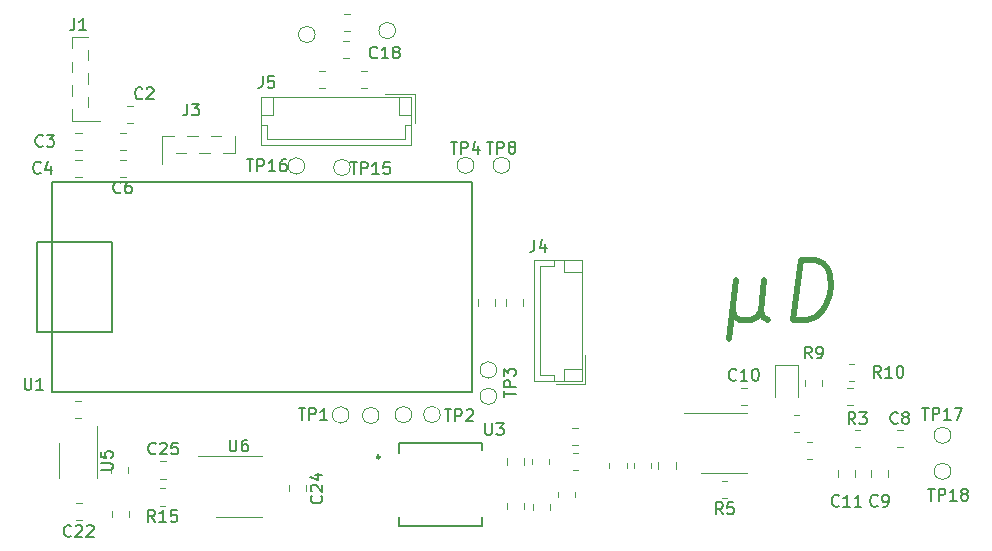
<source format=gbr>
%TF.GenerationSoftware,KiCad,Pcbnew,(5.1.10)-1*%
%TF.CreationDate,2022-10-29T14:49:15-06:00*%
%TF.ProjectId,MainBoard,4d61696e-426f-4617-9264-2e6b69636164,rev?*%
%TF.SameCoordinates,Original*%
%TF.FileFunction,Legend,Top*%
%TF.FilePolarity,Positive*%
%FSLAX46Y46*%
G04 Gerber Fmt 4.6, Leading zero omitted, Abs format (unit mm)*
G04 Created by KiCad (PCBNEW (5.1.10)-1) date 2022-10-29 14:49:15*
%MOMM*%
%LPD*%
G01*
G04 APERTURE LIST*
%ADD10C,0.500000*%
%ADD11C,0.120000*%
%ADD12C,0.150000*%
%ADD13C,0.249999*%
G04 APERTURE END LIST*
D10*
X86178482Y-49093571D02*
X85553482Y-54093571D01*
X88232053Y-51712619D02*
X88410625Y-52188809D01*
X88857053Y-52426904D01*
X85851101Y-51712619D02*
X86029672Y-52188809D01*
X86476101Y-52426904D01*
X87428482Y-52426904D01*
X87934434Y-52188809D01*
X88232053Y-51712619D01*
X88559434Y-49093571D01*
X90999910Y-52426904D02*
X91624910Y-47426904D01*
X92815386Y-47426904D01*
X93499910Y-47665000D01*
X93916577Y-48141190D01*
X94095148Y-48617380D01*
X94214196Y-49569761D01*
X94124910Y-50284047D01*
X93767767Y-51236428D01*
X93470148Y-51712619D01*
X92934434Y-52188809D01*
X92190386Y-52426904D01*
X90999910Y-52426904D01*
D11*
%TO.C,U6*%
X44043600Y-69108000D02*
X45993600Y-69108000D01*
X44043600Y-69108000D02*
X42093600Y-69108000D01*
X44043600Y-63988000D02*
X45993600Y-63988000D01*
X44043600Y-63988000D02*
X40593600Y-63988000D01*
%TO.C,C9*%
X99033000Y-65204748D02*
X99033000Y-65727252D01*
X97563000Y-65204748D02*
X97563000Y-65727252D01*
%TO.C,R5*%
X85420564Y-67537000D02*
X84966436Y-67537000D01*
X85420564Y-66067000D02*
X84966436Y-66067000D01*
%TO.C,R7*%
X91062436Y-60479000D02*
X91516564Y-60479000D01*
X91062436Y-61949000D02*
X91516564Y-61949000D01*
%TO.C,C16*%
X68937200Y-68546652D02*
X68937200Y-68024148D01*
X70407200Y-68546652D02*
X70407200Y-68024148D01*
%TO.C,C6*%
X34485252Y-40359000D02*
X33962748Y-40359000D01*
X34485252Y-38889000D02*
X33962748Y-38889000D01*
%TO.C,C11*%
X96239000Y-65204748D02*
X96239000Y-65727252D01*
X94769000Y-65204748D02*
X94769000Y-65727252D01*
%TO.C,C2*%
X35125252Y-35787000D02*
X34602748Y-35787000D01*
X35125252Y-34317000D02*
X34602748Y-34317000D01*
%TO.C,C24*%
X49731600Y-66454348D02*
X49731600Y-66976852D01*
X48261600Y-66454348D02*
X48261600Y-66976852D01*
%TO.C,C17*%
X66752800Y-64716252D02*
X66752800Y-64193748D01*
X68222800Y-64716252D02*
X68222800Y-64193748D01*
%TO.C,C10*%
X87063252Y-59663000D02*
X86540748Y-59663000D01*
X87063252Y-58193000D02*
X86540748Y-58193000D01*
%TO.C,D1*%
X91384000Y-58990500D02*
X91384000Y-56305500D01*
X91384000Y-56305500D02*
X89464000Y-56305500D01*
X89464000Y-56305500D02*
X89464000Y-58990500D01*
%TO.C,J1*%
X31288000Y-35596000D02*
X29898000Y-35596000D01*
X31288000Y-28476000D02*
X29898000Y-28476000D01*
X31288000Y-35596000D02*
X32283000Y-35596000D01*
X31288000Y-35596000D02*
X31288000Y-35596000D01*
X29898000Y-28476000D02*
X29898000Y-28476000D01*
X29898000Y-35596000D02*
X29898000Y-34596000D01*
X29898000Y-33476000D02*
X29898000Y-32596000D01*
X29898000Y-31476000D02*
X29898000Y-30596000D01*
X29898000Y-29476000D02*
X29898000Y-28476000D01*
X31288000Y-34476000D02*
X31288000Y-33596000D01*
X31288000Y-32476000D02*
X31288000Y-31596000D01*
X31288000Y-30476000D02*
X31288000Y-29596000D01*
%TO.C,C3*%
X30218748Y-36603000D02*
X30741252Y-36603000D01*
X30218748Y-38073000D02*
X30741252Y-38073000D01*
%TO.C,J4*%
X69054400Y-57626400D02*
X73074400Y-57626400D01*
X73074400Y-57626400D02*
X73074400Y-47406400D01*
X73074400Y-47406400D02*
X69054400Y-47406400D01*
X69054400Y-47406400D02*
X69054400Y-57626400D01*
X70764400Y-57626400D02*
X70764400Y-57126400D01*
X70764400Y-57126400D02*
X69554400Y-57126400D01*
X69554400Y-57126400D02*
X69554400Y-47906400D01*
X69554400Y-47906400D02*
X70764400Y-47906400D01*
X70764400Y-47906400D02*
X70764400Y-47406400D01*
X71574400Y-57626400D02*
X71574400Y-56626400D01*
X71574400Y-56626400D02*
X73074400Y-56626400D01*
X71574400Y-47406400D02*
X71574400Y-48406400D01*
X71574400Y-48406400D02*
X73074400Y-48406400D01*
X70874400Y-57926400D02*
X73374400Y-57926400D01*
X73374400Y-57926400D02*
X73374400Y-55426400D01*
%TO.C,J5*%
X58653200Y-37625600D02*
X58653200Y-33605600D01*
X58653200Y-33605600D02*
X45933200Y-33605600D01*
X45933200Y-33605600D02*
X45933200Y-37625600D01*
X45933200Y-37625600D02*
X58653200Y-37625600D01*
X58653200Y-35915600D02*
X58153200Y-35915600D01*
X58153200Y-35915600D02*
X58153200Y-37125600D01*
X58153200Y-37125600D02*
X46433200Y-37125600D01*
X46433200Y-37125600D02*
X46433200Y-35915600D01*
X46433200Y-35915600D02*
X45933200Y-35915600D01*
X58653200Y-35105600D02*
X57653200Y-35105600D01*
X57653200Y-35105600D02*
X57653200Y-33605600D01*
X45933200Y-35105600D02*
X46933200Y-35105600D01*
X46933200Y-35105600D02*
X46933200Y-33605600D01*
X58953200Y-35805600D02*
X58953200Y-33305600D01*
X58953200Y-33305600D02*
X56453200Y-33305600D01*
%TO.C,C14*%
X66676600Y-51249252D02*
X66676600Y-50726748D01*
X68146600Y-51249252D02*
X68146600Y-50726748D01*
%TO.C,C19*%
X72742652Y-63066600D02*
X72220148Y-63066600D01*
X72742652Y-61596600D02*
X72220148Y-61596600D01*
%TO.C,C22*%
X30751452Y-69442000D02*
X30228948Y-69442000D01*
X30751452Y-67972000D02*
X30228948Y-67972000D01*
%TO.C,C8*%
X99748748Y-61749000D02*
X100271252Y-61749000D01*
X99748748Y-63219000D02*
X100271252Y-63219000D01*
%TO.C,C13*%
X95562748Y-59663000D02*
X96085252Y-59663000D01*
X95562748Y-58193000D02*
X96085252Y-58193000D01*
%TO.C,C18*%
X53362452Y-30326000D02*
X52839948Y-30326000D01*
X53362452Y-28856000D02*
X52839948Y-28856000D01*
%TO.C,R1*%
X54431836Y-31345200D02*
X54885964Y-31345200D01*
X54431836Y-32815200D02*
X54885964Y-32815200D01*
%TO.C,C15*%
X66727400Y-68495852D02*
X66727400Y-67973348D01*
X68197400Y-68495852D02*
X68197400Y-67973348D01*
%TO.C,C5*%
X64289000Y-51249252D02*
X64289000Y-50726748D01*
X65759000Y-51249252D02*
X65759000Y-50726748D01*
%TO.C,C21*%
X30705652Y-60780600D02*
X30183148Y-60780600D01*
X30705652Y-59310600D02*
X30183148Y-59310600D01*
%TO.C,C23*%
X33275600Y-69120652D02*
X33275600Y-68598148D01*
X34745600Y-69120652D02*
X34745600Y-68598148D01*
%TO.C,C7*%
X34485252Y-38073000D02*
X33962748Y-38073000D01*
X34485252Y-36603000D02*
X33962748Y-36603000D01*
%TO.C,C25*%
X37919252Y-65911400D02*
X37396748Y-65911400D01*
X37919252Y-64441400D02*
X37396748Y-64441400D01*
%TO.C,C20*%
X53459052Y-28014600D02*
X52936548Y-28014600D01*
X53459052Y-26544600D02*
X52936548Y-26544600D01*
%TO.C,J3*%
X37580000Y-38287000D02*
X37580000Y-36897000D01*
X43700000Y-38287000D02*
X43700000Y-36897000D01*
X37580000Y-38287000D02*
X37580000Y-39282000D01*
X37580000Y-38287000D02*
X37580000Y-38287000D01*
X43700000Y-36897000D02*
X43700000Y-36897000D01*
X37580000Y-36897000D02*
X38580000Y-36897000D01*
X39700000Y-36897000D02*
X40580000Y-36897000D01*
X41700000Y-36897000D02*
X42580000Y-36897000D01*
X38700000Y-38287000D02*
X39580000Y-38287000D01*
X40700000Y-38287000D02*
X41580000Y-38287000D01*
X42700000Y-38287000D02*
X43700000Y-38287000D01*
%TO.C,C4*%
X30218748Y-38889000D02*
X30741252Y-38889000D01*
X30218748Y-40359000D02*
X30741252Y-40359000D01*
%TO.C,C12*%
X81049800Y-64518948D02*
X81049800Y-65041452D01*
X79579800Y-64518948D02*
X79579800Y-65041452D01*
%TO.C,R2*%
X51333764Y-32866000D02*
X50879636Y-32866000D01*
X51333764Y-31396000D02*
X50879636Y-31396000D01*
%TO.C,R3*%
X96189436Y-61749000D02*
X96643564Y-61749000D01*
X96189436Y-63219000D02*
X96643564Y-63219000D01*
%TO.C,R4*%
X92125436Y-62765000D02*
X92579564Y-62765000D01*
X92125436Y-64235000D02*
X92579564Y-64235000D01*
%TO.C,R6*%
X76884200Y-64544836D02*
X76884200Y-64998964D01*
X75414200Y-64544836D02*
X75414200Y-64998964D01*
%TO.C,R14*%
X33224800Y-65405364D02*
X33224800Y-64951236D01*
X34694800Y-65405364D02*
X34694800Y-64951236D01*
%TO.C,R15*%
X37817164Y-68197400D02*
X37363036Y-68197400D01*
X37817164Y-66727400D02*
X37363036Y-66727400D01*
%TO.C,R12*%
X68861000Y-64692264D02*
X68861000Y-64238136D01*
X70331000Y-64692264D02*
X70331000Y-64238136D01*
%TO.C,TP1*%
X55919600Y-60553600D02*
G75*
G03*
X55919600Y-60553600I-700000J0D01*
G01*
%TO.C,R10*%
X95681436Y-56161000D02*
X96135564Y-56161000D01*
X95681436Y-57631000D02*
X96135564Y-57631000D01*
%TO.C,R11*%
X71070800Y-67484364D02*
X71070800Y-67030236D01*
X72540800Y-67484364D02*
X72540800Y-67030236D01*
%TO.C,TP3*%
X65876400Y-58928000D02*
G75*
G03*
X65876400Y-58928000I-700000J0D01*
G01*
%TO.C,TP8*%
X66994000Y-39370000D02*
G75*
G03*
X66994000Y-39370000I-700000J0D01*
G01*
%TO.C,TP4*%
X63946000Y-39370000D02*
G75*
G03*
X63946000Y-39370000I-700000J0D01*
G01*
%TO.C,TP14*%
X50509400Y-28295600D02*
G75*
G03*
X50509400Y-28295600I-700000J0D01*
G01*
%TO.C,TP13*%
X57316600Y-27965400D02*
G75*
G03*
X57316600Y-27965400I-700000J0D01*
G01*
%TO.C,TP15*%
X53481200Y-39547800D02*
G75*
G03*
X53481200Y-39547800I-700000J0D01*
G01*
%TO.C,TP2*%
X61101200Y-60477400D02*
G75*
G03*
X61101200Y-60477400I-700000J0D01*
G01*
%TO.C,TP7*%
X65876400Y-56692800D02*
G75*
G03*
X65876400Y-56692800I-700000J0D01*
G01*
%TO.C,R8*%
X78967000Y-64544836D02*
X78967000Y-64998964D01*
X77497000Y-64544836D02*
X77497000Y-64998964D01*
%TO.C,TP16*%
X49620400Y-39420800D02*
G75*
G03*
X49620400Y-39420800I-700000J0D01*
G01*
%TO.C,R13*%
X72792964Y-65200200D02*
X72338836Y-65200200D01*
X72792964Y-63730200D02*
X72338836Y-63730200D01*
D12*
%TO.C,U1*%
X28194000Y-53467000D02*
X26924000Y-53467000D01*
X26924000Y-53467000D02*
X26924000Y-45847000D01*
X26924000Y-45847000D02*
X28194000Y-45847000D01*
X33274000Y-53467000D02*
X33274000Y-45847000D01*
X33274000Y-45847000D02*
X28194000Y-45847000D01*
X33274000Y-53467000D02*
X28194000Y-53467000D01*
X28194000Y-40767000D02*
X63754000Y-40767000D01*
X63754000Y-40767000D02*
X63754000Y-58547000D01*
X63754000Y-58547000D02*
X28194000Y-58547000D01*
X28194000Y-58547000D02*
X28194000Y-40767000D01*
D11*
%TO.C,R9*%
X91975000Y-58035564D02*
X91975000Y-57581436D01*
X93445000Y-58035564D02*
X93445000Y-57581436D01*
%TO.C,TP6*%
X58688200Y-60477400D02*
G75*
G03*
X58688200Y-60477400I-700000J0D01*
G01*
%TO.C,TP5*%
X53379600Y-60502800D02*
G75*
G03*
X53379600Y-60502800I-700000J0D01*
G01*
%TO.C,U5*%
X28849800Y-64384700D02*
X28849800Y-65884700D01*
X28849800Y-64384700D02*
X28849800Y-62884700D01*
X32069800Y-64384700D02*
X32069800Y-65884700D01*
X32069800Y-64384700D02*
X32069800Y-61459700D01*
%TO.C,U2*%
X85155000Y-65425000D02*
X87105000Y-65425000D01*
X85155000Y-65425000D02*
X83205000Y-65425000D01*
X85155000Y-60305000D02*
X87105000Y-60305000D01*
X85155000Y-60305000D02*
X81705000Y-60305000D01*
%TO.C,TP18*%
X104332000Y-65280000D02*
G75*
G03*
X104332000Y-65280000I-700000J0D01*
G01*
%TO.C,TP17*%
X104332000Y-62230000D02*
G75*
G03*
X104332000Y-62230000I-700000J0D01*
G01*
D13*
%TO.C,U3*%
X55989400Y-64071000D02*
G75*
G03*
X55989400Y-64071000I-125001J0D01*
G01*
D12*
X57612399Y-62920999D02*
X64612401Y-62920999D01*
X57612399Y-69921001D02*
X64612401Y-69921001D01*
X57612399Y-63715999D02*
X57612399Y-62920999D01*
X64612401Y-63515999D02*
X64612401Y-62920999D01*
X64612401Y-69921001D02*
X64612401Y-69181000D01*
X57612399Y-69921001D02*
X57612399Y-69181000D01*
%TO.C,U6*%
X43281695Y-62600380D02*
X43281695Y-63409904D01*
X43329314Y-63505142D01*
X43376933Y-63552761D01*
X43472171Y-63600380D01*
X43662647Y-63600380D01*
X43757885Y-63552761D01*
X43805504Y-63505142D01*
X43853123Y-63409904D01*
X43853123Y-62600380D01*
X44757885Y-62600380D02*
X44567409Y-62600380D01*
X44472171Y-62648000D01*
X44424552Y-62695619D01*
X44329314Y-62838476D01*
X44281695Y-63028952D01*
X44281695Y-63409904D01*
X44329314Y-63505142D01*
X44376933Y-63552761D01*
X44472171Y-63600380D01*
X44662647Y-63600380D01*
X44757885Y-63552761D01*
X44805504Y-63505142D01*
X44853123Y-63409904D01*
X44853123Y-63171809D01*
X44805504Y-63076571D01*
X44757885Y-63028952D01*
X44662647Y-62981333D01*
X44472171Y-62981333D01*
X44376933Y-63028952D01*
X44329314Y-63076571D01*
X44281695Y-63171809D01*
%TO.C,C9*%
X98131333Y-68175142D02*
X98083714Y-68222761D01*
X97940857Y-68270380D01*
X97845619Y-68270380D01*
X97702761Y-68222761D01*
X97607523Y-68127523D01*
X97559904Y-68032285D01*
X97512285Y-67841809D01*
X97512285Y-67698952D01*
X97559904Y-67508476D01*
X97607523Y-67413238D01*
X97702761Y-67318000D01*
X97845619Y-67270380D01*
X97940857Y-67270380D01*
X98083714Y-67318000D01*
X98131333Y-67365619D01*
X98607523Y-68270380D02*
X98798000Y-68270380D01*
X98893238Y-68222761D01*
X98940857Y-68175142D01*
X99036095Y-68032285D01*
X99083714Y-67841809D01*
X99083714Y-67460857D01*
X99036095Y-67365619D01*
X98988476Y-67318000D01*
X98893238Y-67270380D01*
X98702761Y-67270380D01*
X98607523Y-67318000D01*
X98559904Y-67365619D01*
X98512285Y-67460857D01*
X98512285Y-67698952D01*
X98559904Y-67794190D01*
X98607523Y-67841809D01*
X98702761Y-67889428D01*
X98893238Y-67889428D01*
X98988476Y-67841809D01*
X99036095Y-67794190D01*
X99083714Y-67698952D01*
%TO.C,R5*%
X85026833Y-68904380D02*
X84693500Y-68428190D01*
X84455404Y-68904380D02*
X84455404Y-67904380D01*
X84836357Y-67904380D01*
X84931595Y-67952000D01*
X84979214Y-67999619D01*
X85026833Y-68094857D01*
X85026833Y-68237714D01*
X84979214Y-68332952D01*
X84931595Y-68380571D01*
X84836357Y-68428190D01*
X84455404Y-68428190D01*
X85931595Y-67904380D02*
X85455404Y-67904380D01*
X85407785Y-68380571D01*
X85455404Y-68332952D01*
X85550642Y-68285333D01*
X85788738Y-68285333D01*
X85883976Y-68332952D01*
X85931595Y-68380571D01*
X85979214Y-68475809D01*
X85979214Y-68713904D01*
X85931595Y-68809142D01*
X85883976Y-68856761D01*
X85788738Y-68904380D01*
X85550642Y-68904380D01*
X85455404Y-68856761D01*
X85407785Y-68809142D01*
%TO.C,C6*%
X34057333Y-41661142D02*
X34009714Y-41708761D01*
X33866857Y-41756380D01*
X33771619Y-41756380D01*
X33628761Y-41708761D01*
X33533523Y-41613523D01*
X33485904Y-41518285D01*
X33438285Y-41327809D01*
X33438285Y-41184952D01*
X33485904Y-40994476D01*
X33533523Y-40899238D01*
X33628761Y-40804000D01*
X33771619Y-40756380D01*
X33866857Y-40756380D01*
X34009714Y-40804000D01*
X34057333Y-40851619D01*
X34914476Y-40756380D02*
X34724000Y-40756380D01*
X34628761Y-40804000D01*
X34581142Y-40851619D01*
X34485904Y-40994476D01*
X34438285Y-41184952D01*
X34438285Y-41565904D01*
X34485904Y-41661142D01*
X34533523Y-41708761D01*
X34628761Y-41756380D01*
X34819238Y-41756380D01*
X34914476Y-41708761D01*
X34962095Y-41661142D01*
X35009714Y-41565904D01*
X35009714Y-41327809D01*
X34962095Y-41232571D01*
X34914476Y-41184952D01*
X34819238Y-41137333D01*
X34628761Y-41137333D01*
X34533523Y-41184952D01*
X34485904Y-41232571D01*
X34438285Y-41327809D01*
%TO.C,C11*%
X94861142Y-68175142D02*
X94813523Y-68222761D01*
X94670666Y-68270380D01*
X94575428Y-68270380D01*
X94432571Y-68222761D01*
X94337333Y-68127523D01*
X94289714Y-68032285D01*
X94242095Y-67841809D01*
X94242095Y-67698952D01*
X94289714Y-67508476D01*
X94337333Y-67413238D01*
X94432571Y-67318000D01*
X94575428Y-67270380D01*
X94670666Y-67270380D01*
X94813523Y-67318000D01*
X94861142Y-67365619D01*
X95813523Y-68270380D02*
X95242095Y-68270380D01*
X95527809Y-68270380D02*
X95527809Y-67270380D01*
X95432571Y-67413238D01*
X95337333Y-67508476D01*
X95242095Y-67556095D01*
X96765904Y-68270380D02*
X96194476Y-68270380D01*
X96480190Y-68270380D02*
X96480190Y-67270380D01*
X96384952Y-67413238D01*
X96289714Y-67508476D01*
X96194476Y-67556095D01*
%TO.C,C2*%
X35875933Y-33681942D02*
X35828314Y-33729561D01*
X35685457Y-33777180D01*
X35590219Y-33777180D01*
X35447361Y-33729561D01*
X35352123Y-33634323D01*
X35304504Y-33539085D01*
X35256885Y-33348609D01*
X35256885Y-33205752D01*
X35304504Y-33015276D01*
X35352123Y-32920038D01*
X35447361Y-32824800D01*
X35590219Y-32777180D01*
X35685457Y-32777180D01*
X35828314Y-32824800D01*
X35875933Y-32872419D01*
X36256885Y-32872419D02*
X36304504Y-32824800D01*
X36399742Y-32777180D01*
X36637838Y-32777180D01*
X36733076Y-32824800D01*
X36780695Y-32872419D01*
X36828314Y-32967657D01*
X36828314Y-33062895D01*
X36780695Y-33205752D01*
X36209266Y-33777180D01*
X36828314Y-33777180D01*
%TO.C,C24*%
X51033742Y-67358457D02*
X51081361Y-67406076D01*
X51128980Y-67548933D01*
X51128980Y-67644171D01*
X51081361Y-67787028D01*
X50986123Y-67882266D01*
X50890885Y-67929885D01*
X50700409Y-67977504D01*
X50557552Y-67977504D01*
X50367076Y-67929885D01*
X50271838Y-67882266D01*
X50176600Y-67787028D01*
X50128980Y-67644171D01*
X50128980Y-67548933D01*
X50176600Y-67406076D01*
X50224219Y-67358457D01*
X50224219Y-66977504D02*
X50176600Y-66929885D01*
X50128980Y-66834647D01*
X50128980Y-66596552D01*
X50176600Y-66501314D01*
X50224219Y-66453695D01*
X50319457Y-66406076D01*
X50414695Y-66406076D01*
X50557552Y-66453695D01*
X51128980Y-67025123D01*
X51128980Y-66406076D01*
X50462314Y-65548933D02*
X51128980Y-65548933D01*
X50081361Y-65787028D02*
X50795647Y-66025123D01*
X50795647Y-65406076D01*
%TO.C,C10*%
X86159142Y-57507142D02*
X86111523Y-57554761D01*
X85968666Y-57602380D01*
X85873428Y-57602380D01*
X85730571Y-57554761D01*
X85635333Y-57459523D01*
X85587714Y-57364285D01*
X85540095Y-57173809D01*
X85540095Y-57030952D01*
X85587714Y-56840476D01*
X85635333Y-56745238D01*
X85730571Y-56650000D01*
X85873428Y-56602380D01*
X85968666Y-56602380D01*
X86111523Y-56650000D01*
X86159142Y-56697619D01*
X87111523Y-57602380D02*
X86540095Y-57602380D01*
X86825809Y-57602380D02*
X86825809Y-56602380D01*
X86730571Y-56745238D01*
X86635333Y-56840476D01*
X86540095Y-56888095D01*
X87730571Y-56602380D02*
X87825809Y-56602380D01*
X87921047Y-56650000D01*
X87968666Y-56697619D01*
X88016285Y-56792857D01*
X88063904Y-56983333D01*
X88063904Y-57221428D01*
X88016285Y-57411904D01*
X87968666Y-57507142D01*
X87921047Y-57554761D01*
X87825809Y-57602380D01*
X87730571Y-57602380D01*
X87635333Y-57554761D01*
X87587714Y-57507142D01*
X87540095Y-57411904D01*
X87492476Y-57221428D01*
X87492476Y-56983333D01*
X87540095Y-56792857D01*
X87587714Y-56697619D01*
X87635333Y-56650000D01*
X87730571Y-56602380D01*
%TO.C,J1*%
X30118666Y-26932380D02*
X30118666Y-27646666D01*
X30071047Y-27789523D01*
X29975809Y-27884761D01*
X29832952Y-27932380D01*
X29737714Y-27932380D01*
X31118666Y-27932380D02*
X30547238Y-27932380D01*
X30832952Y-27932380D02*
X30832952Y-26932380D01*
X30737714Y-27075238D01*
X30642476Y-27170476D01*
X30547238Y-27218095D01*
%TO.C,C3*%
X27453333Y-37695142D02*
X27405714Y-37742761D01*
X27262857Y-37790380D01*
X27167619Y-37790380D01*
X27024761Y-37742761D01*
X26929523Y-37647523D01*
X26881904Y-37552285D01*
X26834285Y-37361809D01*
X26834285Y-37218952D01*
X26881904Y-37028476D01*
X26929523Y-36933238D01*
X27024761Y-36838000D01*
X27167619Y-36790380D01*
X27262857Y-36790380D01*
X27405714Y-36838000D01*
X27453333Y-36885619D01*
X27786666Y-36790380D02*
X28405714Y-36790380D01*
X28072380Y-37171333D01*
X28215238Y-37171333D01*
X28310476Y-37218952D01*
X28358095Y-37266571D01*
X28405714Y-37361809D01*
X28405714Y-37599904D01*
X28358095Y-37695142D01*
X28310476Y-37742761D01*
X28215238Y-37790380D01*
X27929523Y-37790380D01*
X27834285Y-37742761D01*
X27786666Y-37695142D01*
%TO.C,J4*%
X69084866Y-45669580D02*
X69084866Y-46383866D01*
X69037247Y-46526723D01*
X68942009Y-46621961D01*
X68799152Y-46669580D01*
X68703914Y-46669580D01*
X69989628Y-46002914D02*
X69989628Y-46669580D01*
X69751533Y-45621961D02*
X69513438Y-46336247D01*
X70132485Y-46336247D01*
%TO.C,J5*%
X46072466Y-31811980D02*
X46072466Y-32526266D01*
X46024847Y-32669123D01*
X45929609Y-32764361D01*
X45786752Y-32811980D01*
X45691514Y-32811980D01*
X47024847Y-31811980D02*
X46548657Y-31811980D01*
X46501038Y-32288171D01*
X46548657Y-32240552D01*
X46643895Y-32192933D01*
X46881990Y-32192933D01*
X46977228Y-32240552D01*
X47024847Y-32288171D01*
X47072466Y-32383409D01*
X47072466Y-32621504D01*
X47024847Y-32716742D01*
X46977228Y-32764361D01*
X46881990Y-32811980D01*
X46643895Y-32811980D01*
X46548657Y-32764361D01*
X46501038Y-32716742D01*
%TO.C,C22*%
X29847342Y-70744142D02*
X29799723Y-70791761D01*
X29656866Y-70839380D01*
X29561628Y-70839380D01*
X29418771Y-70791761D01*
X29323533Y-70696523D01*
X29275914Y-70601285D01*
X29228295Y-70410809D01*
X29228295Y-70267952D01*
X29275914Y-70077476D01*
X29323533Y-69982238D01*
X29418771Y-69887000D01*
X29561628Y-69839380D01*
X29656866Y-69839380D01*
X29799723Y-69887000D01*
X29847342Y-69934619D01*
X30228295Y-69934619D02*
X30275914Y-69887000D01*
X30371152Y-69839380D01*
X30609247Y-69839380D01*
X30704485Y-69887000D01*
X30752104Y-69934619D01*
X30799723Y-70029857D01*
X30799723Y-70125095D01*
X30752104Y-70267952D01*
X30180676Y-70839380D01*
X30799723Y-70839380D01*
X31180676Y-69934619D02*
X31228295Y-69887000D01*
X31323533Y-69839380D01*
X31561628Y-69839380D01*
X31656866Y-69887000D01*
X31704485Y-69934619D01*
X31752104Y-70029857D01*
X31752104Y-70125095D01*
X31704485Y-70267952D01*
X31133057Y-70839380D01*
X31752104Y-70839380D01*
%TO.C,C8*%
X99843333Y-61161142D02*
X99795714Y-61208761D01*
X99652857Y-61256380D01*
X99557619Y-61256380D01*
X99414761Y-61208761D01*
X99319523Y-61113523D01*
X99271904Y-61018285D01*
X99224285Y-60827809D01*
X99224285Y-60684952D01*
X99271904Y-60494476D01*
X99319523Y-60399238D01*
X99414761Y-60304000D01*
X99557619Y-60256380D01*
X99652857Y-60256380D01*
X99795714Y-60304000D01*
X99843333Y-60351619D01*
X100414761Y-60684952D02*
X100319523Y-60637333D01*
X100271904Y-60589714D01*
X100224285Y-60494476D01*
X100224285Y-60446857D01*
X100271904Y-60351619D01*
X100319523Y-60304000D01*
X100414761Y-60256380D01*
X100605238Y-60256380D01*
X100700476Y-60304000D01*
X100748095Y-60351619D01*
X100795714Y-60446857D01*
X100795714Y-60494476D01*
X100748095Y-60589714D01*
X100700476Y-60637333D01*
X100605238Y-60684952D01*
X100414761Y-60684952D01*
X100319523Y-60732571D01*
X100271904Y-60780190D01*
X100224285Y-60875428D01*
X100224285Y-61065904D01*
X100271904Y-61161142D01*
X100319523Y-61208761D01*
X100414761Y-61256380D01*
X100605238Y-61256380D01*
X100700476Y-61208761D01*
X100748095Y-61161142D01*
X100795714Y-61065904D01*
X100795714Y-60875428D01*
X100748095Y-60780190D01*
X100700476Y-60732571D01*
X100605238Y-60684952D01*
%TO.C,C18*%
X55760342Y-30227542D02*
X55712723Y-30275161D01*
X55569866Y-30322780D01*
X55474628Y-30322780D01*
X55331771Y-30275161D01*
X55236533Y-30179923D01*
X55188914Y-30084685D01*
X55141295Y-29894209D01*
X55141295Y-29751352D01*
X55188914Y-29560876D01*
X55236533Y-29465638D01*
X55331771Y-29370400D01*
X55474628Y-29322780D01*
X55569866Y-29322780D01*
X55712723Y-29370400D01*
X55760342Y-29418019D01*
X56712723Y-30322780D02*
X56141295Y-30322780D01*
X56427009Y-30322780D02*
X56427009Y-29322780D01*
X56331771Y-29465638D01*
X56236533Y-29560876D01*
X56141295Y-29608495D01*
X57284152Y-29751352D02*
X57188914Y-29703733D01*
X57141295Y-29656114D01*
X57093676Y-29560876D01*
X57093676Y-29513257D01*
X57141295Y-29418019D01*
X57188914Y-29370400D01*
X57284152Y-29322780D01*
X57474628Y-29322780D01*
X57569866Y-29370400D01*
X57617485Y-29418019D01*
X57665104Y-29513257D01*
X57665104Y-29560876D01*
X57617485Y-29656114D01*
X57569866Y-29703733D01*
X57474628Y-29751352D01*
X57284152Y-29751352D01*
X57188914Y-29798971D01*
X57141295Y-29846590D01*
X57093676Y-29941828D01*
X57093676Y-30132304D01*
X57141295Y-30227542D01*
X57188914Y-30275161D01*
X57284152Y-30322780D01*
X57474628Y-30322780D01*
X57569866Y-30275161D01*
X57617485Y-30227542D01*
X57665104Y-30132304D01*
X57665104Y-29941828D01*
X57617485Y-29846590D01*
X57569866Y-29798971D01*
X57474628Y-29751352D01*
%TO.C,C25*%
X37015142Y-63755542D02*
X36967523Y-63803161D01*
X36824666Y-63850780D01*
X36729428Y-63850780D01*
X36586571Y-63803161D01*
X36491333Y-63707923D01*
X36443714Y-63612685D01*
X36396095Y-63422209D01*
X36396095Y-63279352D01*
X36443714Y-63088876D01*
X36491333Y-62993638D01*
X36586571Y-62898400D01*
X36729428Y-62850780D01*
X36824666Y-62850780D01*
X36967523Y-62898400D01*
X37015142Y-62946019D01*
X37396095Y-62946019D02*
X37443714Y-62898400D01*
X37538952Y-62850780D01*
X37777047Y-62850780D01*
X37872285Y-62898400D01*
X37919904Y-62946019D01*
X37967523Y-63041257D01*
X37967523Y-63136495D01*
X37919904Y-63279352D01*
X37348476Y-63850780D01*
X37967523Y-63850780D01*
X38872285Y-62850780D02*
X38396095Y-62850780D01*
X38348476Y-63326971D01*
X38396095Y-63279352D01*
X38491333Y-63231733D01*
X38729428Y-63231733D01*
X38824666Y-63279352D01*
X38872285Y-63326971D01*
X38919904Y-63422209D01*
X38919904Y-63660304D01*
X38872285Y-63755542D01*
X38824666Y-63803161D01*
X38729428Y-63850780D01*
X38491333Y-63850780D01*
X38396095Y-63803161D01*
X38348476Y-63755542D01*
%TO.C,J3*%
X39697066Y-34148780D02*
X39697066Y-34863066D01*
X39649447Y-35005923D01*
X39554209Y-35101161D01*
X39411352Y-35148780D01*
X39316114Y-35148780D01*
X40078019Y-34148780D02*
X40697066Y-34148780D01*
X40363733Y-34529733D01*
X40506590Y-34529733D01*
X40601828Y-34577352D01*
X40649447Y-34624971D01*
X40697066Y-34720209D01*
X40697066Y-34958304D01*
X40649447Y-35053542D01*
X40601828Y-35101161D01*
X40506590Y-35148780D01*
X40220876Y-35148780D01*
X40125638Y-35101161D01*
X40078019Y-35053542D01*
%TO.C,C4*%
X27265333Y-39981142D02*
X27217714Y-40028761D01*
X27074857Y-40076380D01*
X26979619Y-40076380D01*
X26836761Y-40028761D01*
X26741523Y-39933523D01*
X26693904Y-39838285D01*
X26646285Y-39647809D01*
X26646285Y-39504952D01*
X26693904Y-39314476D01*
X26741523Y-39219238D01*
X26836761Y-39124000D01*
X26979619Y-39076380D01*
X27074857Y-39076380D01*
X27217714Y-39124000D01*
X27265333Y-39171619D01*
X28122476Y-39409714D02*
X28122476Y-40076380D01*
X27884380Y-39028761D02*
X27646285Y-39743047D01*
X28265333Y-39743047D01*
%TO.C,R3*%
X96249833Y-61286380D02*
X95916500Y-60810190D01*
X95678404Y-61286380D02*
X95678404Y-60286380D01*
X96059357Y-60286380D01*
X96154595Y-60334000D01*
X96202214Y-60381619D01*
X96249833Y-60476857D01*
X96249833Y-60619714D01*
X96202214Y-60714952D01*
X96154595Y-60762571D01*
X96059357Y-60810190D01*
X95678404Y-60810190D01*
X96583166Y-60286380D02*
X97202214Y-60286380D01*
X96868880Y-60667333D01*
X97011738Y-60667333D01*
X97106976Y-60714952D01*
X97154595Y-60762571D01*
X97202214Y-60857809D01*
X97202214Y-61095904D01*
X97154595Y-61191142D01*
X97106976Y-61238761D01*
X97011738Y-61286380D01*
X96726023Y-61286380D01*
X96630785Y-61238761D01*
X96583166Y-61191142D01*
%TO.C,R15*%
X36947242Y-69564780D02*
X36613909Y-69088590D01*
X36375814Y-69564780D02*
X36375814Y-68564780D01*
X36756766Y-68564780D01*
X36852004Y-68612400D01*
X36899623Y-68660019D01*
X36947242Y-68755257D01*
X36947242Y-68898114D01*
X36899623Y-68993352D01*
X36852004Y-69040971D01*
X36756766Y-69088590D01*
X36375814Y-69088590D01*
X37899623Y-69564780D02*
X37328195Y-69564780D01*
X37613909Y-69564780D02*
X37613909Y-68564780D01*
X37518671Y-68707638D01*
X37423433Y-68802876D01*
X37328195Y-68850495D01*
X38804385Y-68564780D02*
X38328195Y-68564780D01*
X38280576Y-69040971D01*
X38328195Y-68993352D01*
X38423433Y-68945733D01*
X38661528Y-68945733D01*
X38756766Y-68993352D01*
X38804385Y-69040971D01*
X38852004Y-69136209D01*
X38852004Y-69374304D01*
X38804385Y-69469542D01*
X38756766Y-69517161D01*
X38661528Y-69564780D01*
X38423433Y-69564780D01*
X38328195Y-69517161D01*
X38280576Y-69469542D01*
%TO.C,TP1*%
X49106295Y-59929780D02*
X49677723Y-59929780D01*
X49392009Y-60929780D02*
X49392009Y-59929780D01*
X50011057Y-60929780D02*
X50011057Y-59929780D01*
X50392009Y-59929780D01*
X50487247Y-59977400D01*
X50534866Y-60025019D01*
X50582485Y-60120257D01*
X50582485Y-60263114D01*
X50534866Y-60358352D01*
X50487247Y-60405971D01*
X50392009Y-60453590D01*
X50011057Y-60453590D01*
X51534866Y-60929780D02*
X50963438Y-60929780D01*
X51249152Y-60929780D02*
X51249152Y-59929780D01*
X51153914Y-60072638D01*
X51058676Y-60167876D01*
X50963438Y-60215495D01*
%TO.C,R10*%
X98417142Y-57348380D02*
X98083809Y-56872190D01*
X97845714Y-57348380D02*
X97845714Y-56348380D01*
X98226666Y-56348380D01*
X98321904Y-56396000D01*
X98369523Y-56443619D01*
X98417142Y-56538857D01*
X98417142Y-56681714D01*
X98369523Y-56776952D01*
X98321904Y-56824571D01*
X98226666Y-56872190D01*
X97845714Y-56872190D01*
X99369523Y-57348380D02*
X98798095Y-57348380D01*
X99083809Y-57348380D02*
X99083809Y-56348380D01*
X98988571Y-56491238D01*
X98893333Y-56586476D01*
X98798095Y-56634095D01*
X99988571Y-56348380D02*
X100083809Y-56348380D01*
X100179047Y-56396000D01*
X100226666Y-56443619D01*
X100274285Y-56538857D01*
X100321904Y-56729333D01*
X100321904Y-56967428D01*
X100274285Y-57157904D01*
X100226666Y-57253142D01*
X100179047Y-57300761D01*
X100083809Y-57348380D01*
X99988571Y-57348380D01*
X99893333Y-57300761D01*
X99845714Y-57253142D01*
X99798095Y-57157904D01*
X99750476Y-56967428D01*
X99750476Y-56729333D01*
X99798095Y-56538857D01*
X99845714Y-56443619D01*
X99893333Y-56396000D01*
X99988571Y-56348380D01*
%TO.C,TP3*%
X66482980Y-59021504D02*
X66482980Y-58450076D01*
X67482980Y-58735790D02*
X66482980Y-58735790D01*
X67482980Y-58116742D02*
X66482980Y-58116742D01*
X66482980Y-57735790D01*
X66530600Y-57640552D01*
X66578219Y-57592933D01*
X66673457Y-57545314D01*
X66816314Y-57545314D01*
X66911552Y-57592933D01*
X66959171Y-57640552D01*
X67006790Y-57735790D01*
X67006790Y-58116742D01*
X66482980Y-57211980D02*
X66482980Y-56592933D01*
X66863933Y-56926266D01*
X66863933Y-56783409D01*
X66911552Y-56688171D01*
X66959171Y-56640552D01*
X67054409Y-56592933D01*
X67292504Y-56592933D01*
X67387742Y-56640552D01*
X67435361Y-56688171D01*
X67482980Y-56783409D01*
X67482980Y-57069123D01*
X67435361Y-57164361D01*
X67387742Y-57211980D01*
%TO.C,TP8*%
X65032095Y-37374380D02*
X65603523Y-37374380D01*
X65317809Y-38374380D02*
X65317809Y-37374380D01*
X65936857Y-38374380D02*
X65936857Y-37374380D01*
X66317809Y-37374380D01*
X66413047Y-37422000D01*
X66460666Y-37469619D01*
X66508285Y-37564857D01*
X66508285Y-37707714D01*
X66460666Y-37802952D01*
X66413047Y-37850571D01*
X66317809Y-37898190D01*
X65936857Y-37898190D01*
X67079714Y-37802952D02*
X66984476Y-37755333D01*
X66936857Y-37707714D01*
X66889238Y-37612476D01*
X66889238Y-37564857D01*
X66936857Y-37469619D01*
X66984476Y-37422000D01*
X67079714Y-37374380D01*
X67270190Y-37374380D01*
X67365428Y-37422000D01*
X67413047Y-37469619D01*
X67460666Y-37564857D01*
X67460666Y-37612476D01*
X67413047Y-37707714D01*
X67365428Y-37755333D01*
X67270190Y-37802952D01*
X67079714Y-37802952D01*
X66984476Y-37850571D01*
X66936857Y-37898190D01*
X66889238Y-37993428D01*
X66889238Y-38183904D01*
X66936857Y-38279142D01*
X66984476Y-38326761D01*
X67079714Y-38374380D01*
X67270190Y-38374380D01*
X67365428Y-38326761D01*
X67413047Y-38279142D01*
X67460666Y-38183904D01*
X67460666Y-37993428D01*
X67413047Y-37898190D01*
X67365428Y-37850571D01*
X67270190Y-37802952D01*
%TO.C,TP4*%
X61984095Y-37374380D02*
X62555523Y-37374380D01*
X62269809Y-38374380D02*
X62269809Y-37374380D01*
X62888857Y-38374380D02*
X62888857Y-37374380D01*
X63269809Y-37374380D01*
X63365047Y-37422000D01*
X63412666Y-37469619D01*
X63460285Y-37564857D01*
X63460285Y-37707714D01*
X63412666Y-37802952D01*
X63365047Y-37850571D01*
X63269809Y-37898190D01*
X62888857Y-37898190D01*
X64317428Y-37707714D02*
X64317428Y-38374380D01*
X64079333Y-37326761D02*
X63841238Y-38041047D01*
X64460285Y-38041047D01*
%TO.C,TP15*%
X53481504Y-39101780D02*
X54052933Y-39101780D01*
X53767219Y-40101780D02*
X53767219Y-39101780D01*
X54386266Y-40101780D02*
X54386266Y-39101780D01*
X54767219Y-39101780D01*
X54862457Y-39149400D01*
X54910076Y-39197019D01*
X54957695Y-39292257D01*
X54957695Y-39435114D01*
X54910076Y-39530352D01*
X54862457Y-39577971D01*
X54767219Y-39625590D01*
X54386266Y-39625590D01*
X55910076Y-40101780D02*
X55338647Y-40101780D01*
X55624361Y-40101780D02*
X55624361Y-39101780D01*
X55529123Y-39244638D01*
X55433885Y-39339876D01*
X55338647Y-39387495D01*
X56814838Y-39101780D02*
X56338647Y-39101780D01*
X56291028Y-39577971D01*
X56338647Y-39530352D01*
X56433885Y-39482733D01*
X56671980Y-39482733D01*
X56767219Y-39530352D01*
X56814838Y-39577971D01*
X56862457Y-39673209D01*
X56862457Y-39911304D01*
X56814838Y-40006542D01*
X56767219Y-40054161D01*
X56671980Y-40101780D01*
X56433885Y-40101780D01*
X56338647Y-40054161D01*
X56291028Y-40006542D01*
%TO.C,TP2*%
X61476095Y-60031380D02*
X62047523Y-60031380D01*
X61761809Y-61031380D02*
X61761809Y-60031380D01*
X62380857Y-61031380D02*
X62380857Y-60031380D01*
X62761809Y-60031380D01*
X62857047Y-60079000D01*
X62904666Y-60126619D01*
X62952285Y-60221857D01*
X62952285Y-60364714D01*
X62904666Y-60459952D01*
X62857047Y-60507571D01*
X62761809Y-60555190D01*
X62380857Y-60555190D01*
X63333238Y-60126619D02*
X63380857Y-60079000D01*
X63476095Y-60031380D01*
X63714190Y-60031380D01*
X63809428Y-60079000D01*
X63857047Y-60126619D01*
X63904666Y-60221857D01*
X63904666Y-60317095D01*
X63857047Y-60459952D01*
X63285619Y-61031380D01*
X63904666Y-61031380D01*
%TO.C,TP16*%
X44718504Y-38873180D02*
X45289933Y-38873180D01*
X45004219Y-39873180D02*
X45004219Y-38873180D01*
X45623266Y-39873180D02*
X45623266Y-38873180D01*
X46004219Y-38873180D01*
X46099457Y-38920800D01*
X46147076Y-38968419D01*
X46194695Y-39063657D01*
X46194695Y-39206514D01*
X46147076Y-39301752D01*
X46099457Y-39349371D01*
X46004219Y-39396990D01*
X45623266Y-39396990D01*
X47147076Y-39873180D02*
X46575647Y-39873180D01*
X46861361Y-39873180D02*
X46861361Y-38873180D01*
X46766123Y-39016038D01*
X46670885Y-39111276D01*
X46575647Y-39158895D01*
X48004219Y-38873180D02*
X47813742Y-38873180D01*
X47718504Y-38920800D01*
X47670885Y-38968419D01*
X47575647Y-39111276D01*
X47528028Y-39301752D01*
X47528028Y-39682704D01*
X47575647Y-39777942D01*
X47623266Y-39825561D01*
X47718504Y-39873180D01*
X47908980Y-39873180D01*
X48004219Y-39825561D01*
X48051838Y-39777942D01*
X48099457Y-39682704D01*
X48099457Y-39444609D01*
X48051838Y-39349371D01*
X48004219Y-39301752D01*
X47908980Y-39254133D01*
X47718504Y-39254133D01*
X47623266Y-39301752D01*
X47575647Y-39349371D01*
X47528028Y-39444609D01*
%TO.C,U1*%
X25908095Y-57364380D02*
X25908095Y-58173904D01*
X25955714Y-58269142D01*
X26003333Y-58316761D01*
X26098571Y-58364380D01*
X26289047Y-58364380D01*
X26384285Y-58316761D01*
X26431904Y-58269142D01*
X26479523Y-58173904D01*
X26479523Y-57364380D01*
X27479523Y-58364380D02*
X26908095Y-58364380D01*
X27193809Y-58364380D02*
X27193809Y-57364380D01*
X27098571Y-57507238D01*
X27003333Y-57602476D01*
X26908095Y-57650095D01*
%TO.C,R9*%
X92543333Y-55720880D02*
X92210000Y-55244690D01*
X91971904Y-55720880D02*
X91971904Y-54720880D01*
X92352857Y-54720880D01*
X92448095Y-54768500D01*
X92495714Y-54816119D01*
X92543333Y-54911357D01*
X92543333Y-55054214D01*
X92495714Y-55149452D01*
X92448095Y-55197071D01*
X92352857Y-55244690D01*
X91971904Y-55244690D01*
X93019523Y-55720880D02*
X93210000Y-55720880D01*
X93305238Y-55673261D01*
X93352857Y-55625642D01*
X93448095Y-55482785D01*
X93495714Y-55292309D01*
X93495714Y-54911357D01*
X93448095Y-54816119D01*
X93400476Y-54768500D01*
X93305238Y-54720880D01*
X93114761Y-54720880D01*
X93019523Y-54768500D01*
X92971904Y-54816119D01*
X92924285Y-54911357D01*
X92924285Y-55149452D01*
X92971904Y-55244690D01*
X93019523Y-55292309D01*
X93114761Y-55339928D01*
X93305238Y-55339928D01*
X93400476Y-55292309D01*
X93448095Y-55244690D01*
X93495714Y-55149452D01*
%TO.C,U5*%
X32362180Y-65146604D02*
X33171704Y-65146604D01*
X33266942Y-65098985D01*
X33314561Y-65051366D01*
X33362180Y-64956128D01*
X33362180Y-64765652D01*
X33314561Y-64670414D01*
X33266942Y-64622795D01*
X33171704Y-64575176D01*
X32362180Y-64575176D01*
X32362180Y-63622795D02*
X32362180Y-64098985D01*
X32838371Y-64146604D01*
X32790752Y-64098985D01*
X32743133Y-64003747D01*
X32743133Y-63765652D01*
X32790752Y-63670414D01*
X32838371Y-63622795D01*
X32933609Y-63575176D01*
X33171704Y-63575176D01*
X33266942Y-63622795D01*
X33314561Y-63670414D01*
X33362180Y-63765652D01*
X33362180Y-64003747D01*
X33314561Y-64098985D01*
X33266942Y-64146604D01*
%TO.C,TP18*%
X102401904Y-66762380D02*
X102973333Y-66762380D01*
X102687619Y-67762380D02*
X102687619Y-66762380D01*
X103306666Y-67762380D02*
X103306666Y-66762380D01*
X103687619Y-66762380D01*
X103782857Y-66810000D01*
X103830476Y-66857619D01*
X103878095Y-66952857D01*
X103878095Y-67095714D01*
X103830476Y-67190952D01*
X103782857Y-67238571D01*
X103687619Y-67286190D01*
X103306666Y-67286190D01*
X104830476Y-67762380D02*
X104259047Y-67762380D01*
X104544761Y-67762380D02*
X104544761Y-66762380D01*
X104449523Y-66905238D01*
X104354285Y-67000476D01*
X104259047Y-67048095D01*
X105401904Y-67190952D02*
X105306666Y-67143333D01*
X105259047Y-67095714D01*
X105211428Y-67000476D01*
X105211428Y-66952857D01*
X105259047Y-66857619D01*
X105306666Y-66810000D01*
X105401904Y-66762380D01*
X105592380Y-66762380D01*
X105687619Y-66810000D01*
X105735238Y-66857619D01*
X105782857Y-66952857D01*
X105782857Y-67000476D01*
X105735238Y-67095714D01*
X105687619Y-67143333D01*
X105592380Y-67190952D01*
X105401904Y-67190952D01*
X105306666Y-67238571D01*
X105259047Y-67286190D01*
X105211428Y-67381428D01*
X105211428Y-67571904D01*
X105259047Y-67667142D01*
X105306666Y-67714761D01*
X105401904Y-67762380D01*
X105592380Y-67762380D01*
X105687619Y-67714761D01*
X105735238Y-67667142D01*
X105782857Y-67571904D01*
X105782857Y-67381428D01*
X105735238Y-67286190D01*
X105687619Y-67238571D01*
X105592380Y-67190952D01*
%TO.C,TP17*%
X101893904Y-59904380D02*
X102465333Y-59904380D01*
X102179619Y-60904380D02*
X102179619Y-59904380D01*
X102798666Y-60904380D02*
X102798666Y-59904380D01*
X103179619Y-59904380D01*
X103274857Y-59952000D01*
X103322476Y-59999619D01*
X103370095Y-60094857D01*
X103370095Y-60237714D01*
X103322476Y-60332952D01*
X103274857Y-60380571D01*
X103179619Y-60428190D01*
X102798666Y-60428190D01*
X104322476Y-60904380D02*
X103751047Y-60904380D01*
X104036761Y-60904380D02*
X104036761Y-59904380D01*
X103941523Y-60047238D01*
X103846285Y-60142476D01*
X103751047Y-60190095D01*
X104655809Y-59904380D02*
X105322476Y-59904380D01*
X104893904Y-60904380D01*
%TO.C,U3*%
X64902395Y-61199780D02*
X64902395Y-62009304D01*
X64950014Y-62104542D01*
X64997633Y-62152161D01*
X65092871Y-62199780D01*
X65283347Y-62199780D01*
X65378585Y-62152161D01*
X65426204Y-62104542D01*
X65473823Y-62009304D01*
X65473823Y-61199780D01*
X65854776Y-61199780D02*
X66473823Y-61199780D01*
X66140490Y-61580733D01*
X66283347Y-61580733D01*
X66378585Y-61628352D01*
X66426204Y-61675971D01*
X66473823Y-61771209D01*
X66473823Y-62009304D01*
X66426204Y-62104542D01*
X66378585Y-62152161D01*
X66283347Y-62199780D01*
X65997633Y-62199780D01*
X65902395Y-62152161D01*
X65854776Y-62104542D01*
%TD*%
M02*

</source>
